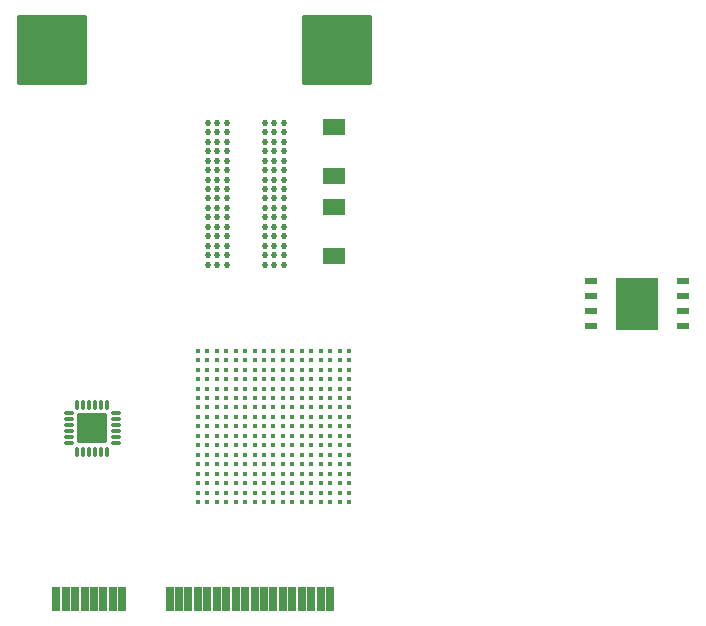
<source format=gbr>
%TF.GenerationSoftware,KiCad,Pcbnew,9.0.4-9.0.4-0~ubuntu24.04.1*%
%TF.CreationDate,2025-08-22T19:02:33+03:00*%
%TF.ProjectId,ThingsCore-1,5468696e-6773-4436-9f72-652d312e6b69,rev?*%
%TF.SameCoordinates,Original*%
%TF.FileFunction,Soldermask,Top*%
%TF.FilePolarity,Negative*%
%FSLAX46Y46*%
G04 Gerber Fmt 4.6, Leading zero omitted, Abs format (unit mm)*
G04 Created by KiCad (PCBNEW 9.0.4-9.0.4-0~ubuntu24.04.1) date 2025-08-22 19:02:33*
%MOMM*%
%LPD*%
G01*
G04 APERTURE LIST*
G04 Aperture macros list*
%AMRoundRect*
0 Rectangle with rounded corners*
0 $1 Rounding radius*
0 $2 $3 $4 $5 $6 $7 $8 $9 X,Y pos of 4 corners*
0 Add a 4 corners polygon primitive as box body*
4,1,4,$2,$3,$4,$5,$6,$7,$8,$9,$2,$3,0*
0 Add four circle primitives for the rounded corners*
1,1,$1+$1,$2,$3*
1,1,$1+$1,$4,$5*
1,1,$1+$1,$6,$7*
1,1,$1+$1,$8,$9*
0 Add four rect primitives between the rounded corners*
20,1,$1+$1,$2,$3,$4,$5,0*
20,1,$1+$1,$4,$5,$6,$7,0*
20,1,$1+$1,$6,$7,$8,$9,0*
20,1,$1+$1,$8,$9,$2,$3,0*%
G04 Aperture macros list end*
%ADD10C,0.526000*%
%ADD11C,0.420000*%
%ADD12RoundRect,0.038000X0.900000X-0.675000X0.900000X0.675000X-0.900000X0.675000X-0.900000X-0.675000X0*%
%ADD13RoundRect,0.081500X-0.344000X-0.081500X0.344000X-0.081500X0.344000X0.081500X-0.344000X0.081500X0*%
%ADD14RoundRect,0.081500X-0.081500X-0.344000X0.081500X-0.344000X0.081500X0.344000X-0.081500X0.344000X0*%
%ADD15RoundRect,0.038000X-1.225000X-1.225000X1.225000X-1.225000X1.225000X1.225000X-1.225000X1.225000X0*%
%ADD16RoundRect,0.038000X-0.475000X0.225000X-0.475000X-0.225000X0.475000X-0.225000X0.475000X0.225000X0*%
%ADD17RoundRect,0.038000X1.725000X2.175000X-1.725000X2.175000X-1.725000X-2.175000X1.725000X-2.175000X0*%
%ADD18RoundRect,0.038000X-2.900000X-2.900000X2.900000X-2.900000X2.900000X2.900000X-2.900000X2.900000X0*%
%ADD19RoundRect,0.038000X-0.300000X-1.000000X0.300000X-1.000000X0.300000X1.000000X-0.300000X1.000000X0*%
G04 APERTURE END LIST*
D10*
%TO.C,U2*%
X28550000Y-21500000D03*
X29350000Y-21500000D03*
X30150000Y-21500000D03*
X33350000Y-21500000D03*
X34150000Y-21500000D03*
X34950000Y-21500000D03*
X28550000Y-22300000D03*
X29350000Y-22300000D03*
X30150000Y-22300000D03*
X33350000Y-22300000D03*
X34150000Y-22300000D03*
X34950000Y-22300000D03*
X28550000Y-23100000D03*
X29350000Y-23100000D03*
X30150000Y-23100000D03*
X33350000Y-23100000D03*
X34150000Y-23100000D03*
X34950000Y-23100000D03*
X28550000Y-23900000D03*
X29350000Y-23900000D03*
X30150000Y-23900000D03*
X33350000Y-23900000D03*
X34150000Y-23900000D03*
X34950000Y-23900000D03*
X28550000Y-24700000D03*
X29350000Y-24700000D03*
X30150000Y-24700000D03*
X33350000Y-24700000D03*
X34150000Y-24700000D03*
X34950000Y-24700000D03*
X28550000Y-25500000D03*
X29350000Y-25500000D03*
X30150000Y-25500000D03*
X33350000Y-25500000D03*
X34150000Y-25500000D03*
X34950000Y-25500000D03*
X28550000Y-26300000D03*
X29350000Y-26300000D03*
X30150000Y-26300000D03*
X33350000Y-26300000D03*
X34150000Y-26300000D03*
X34950000Y-26300000D03*
X28550000Y-27100000D03*
X29350000Y-27100000D03*
X30150000Y-27100000D03*
X33350000Y-27100000D03*
X34150000Y-27100000D03*
X34950000Y-27100000D03*
X28550000Y-27900000D03*
X29350000Y-27900000D03*
X30150000Y-27900000D03*
X33350000Y-27900000D03*
X34150000Y-27900000D03*
X34950000Y-27900000D03*
X28550000Y-28700000D03*
X29350000Y-28700000D03*
X30150000Y-28700000D03*
X33350000Y-28700000D03*
X34150000Y-28700000D03*
X34950000Y-28700000D03*
X28550000Y-29500000D03*
X29350000Y-29500000D03*
X30150000Y-29500000D03*
X33350000Y-29500000D03*
X34150000Y-29500000D03*
X34950000Y-29500000D03*
X28550000Y-30300000D03*
X29350000Y-30300000D03*
X30150000Y-30300000D03*
X33350000Y-30300000D03*
X34150000Y-30300000D03*
X34950000Y-30300000D03*
X28550000Y-31100000D03*
X29350000Y-31100000D03*
X30150000Y-31100000D03*
X33350000Y-31100000D03*
X34150000Y-31100000D03*
X34950000Y-31100000D03*
X28550000Y-31900000D03*
X29350000Y-31900000D03*
X30150000Y-31900000D03*
X33350000Y-31900000D03*
X34150000Y-31900000D03*
X34950000Y-31900000D03*
X28550000Y-32700000D03*
X29350000Y-32700000D03*
X30150000Y-32700000D03*
X33350000Y-32700000D03*
X34150000Y-32700000D03*
X34950000Y-32700000D03*
X28550000Y-33500000D03*
X29350000Y-33500000D03*
X30150000Y-33500000D03*
X33350000Y-33500000D03*
X34150000Y-33500000D03*
X34950000Y-33500000D03*
%TD*%
D11*
%TO.C,U7*%
X27700000Y-53600000D03*
X27700000Y-52800000D03*
X27700000Y-52000000D03*
X27700000Y-51200000D03*
X27700000Y-50400000D03*
X27700000Y-49600000D03*
X27700000Y-48800000D03*
X27700000Y-48000000D03*
X27700000Y-47200000D03*
X27700000Y-46400000D03*
X27700000Y-45600000D03*
X27700000Y-44800000D03*
X27700000Y-44000000D03*
X27700000Y-43200000D03*
X27700000Y-42400000D03*
X27700000Y-41600000D03*
X27700000Y-40800000D03*
X28500000Y-53600000D03*
X28500000Y-52800000D03*
X28500000Y-52000000D03*
X28500000Y-51200000D03*
X28500000Y-50400000D03*
X28500000Y-49600000D03*
X28500000Y-48800000D03*
X28500000Y-48000000D03*
X28500000Y-47200000D03*
X28500000Y-46400000D03*
X28500000Y-45600000D03*
X28500000Y-44800000D03*
X28500000Y-44000000D03*
X28500000Y-43200000D03*
X28500000Y-42400000D03*
X28500000Y-41600000D03*
X28500000Y-40800000D03*
X29300000Y-53600000D03*
X29300000Y-52800000D03*
X29300000Y-52000000D03*
X29300000Y-51200000D03*
X29300000Y-50400000D03*
X29300000Y-49600000D03*
X29300000Y-48800000D03*
X29300000Y-48000000D03*
X29300000Y-47200000D03*
X29300000Y-46400000D03*
X29300000Y-45600000D03*
X29300000Y-44800000D03*
X29300000Y-44000000D03*
X29300000Y-43200000D03*
X29300000Y-42400000D03*
X29300000Y-41600000D03*
X29300000Y-40800000D03*
X30100000Y-53600000D03*
X30100000Y-52800000D03*
X30100000Y-52000000D03*
X30100000Y-51200000D03*
X30100000Y-50400000D03*
X30100000Y-49600000D03*
X30100000Y-48800000D03*
X30100000Y-48000000D03*
X30100000Y-47200000D03*
X30100000Y-46400000D03*
X30100000Y-45600000D03*
X30100000Y-44800000D03*
X30100000Y-44000000D03*
X30100000Y-43200000D03*
X30100000Y-42400000D03*
X30100000Y-41600000D03*
X30100000Y-40800000D03*
X30900000Y-53600000D03*
X30900000Y-52800000D03*
X30900000Y-52000000D03*
X30900000Y-51200000D03*
X30900000Y-50400000D03*
X30900000Y-49600000D03*
X30900000Y-48800000D03*
X30900000Y-48000000D03*
X30900000Y-47200000D03*
X30900000Y-46400000D03*
X30900000Y-45600000D03*
X30900000Y-44800000D03*
X30900000Y-44000000D03*
X30900000Y-43200000D03*
X30900000Y-42400000D03*
X30900000Y-41600000D03*
X30900000Y-40800000D03*
X31700000Y-53600000D03*
X31700000Y-52800000D03*
X31700000Y-52000000D03*
X31700000Y-51200000D03*
X31700000Y-50400000D03*
X31700000Y-49600000D03*
X31700000Y-48800000D03*
X31700000Y-48000000D03*
X31700000Y-47200000D03*
X31700000Y-46400000D03*
X31700000Y-45600000D03*
X31700000Y-44800000D03*
X31700000Y-44000000D03*
X31700000Y-43200000D03*
X31700000Y-42400000D03*
X31700000Y-41600000D03*
X31700000Y-40800000D03*
X32500000Y-53600000D03*
X32500000Y-52800000D03*
X32500000Y-52000000D03*
X32500000Y-51200000D03*
X32500000Y-50400000D03*
X32500000Y-49600000D03*
X32500000Y-48800000D03*
X32500000Y-48000000D03*
X32500000Y-47200000D03*
X32500000Y-46400000D03*
X32500000Y-45600000D03*
X32500000Y-44800000D03*
X32500000Y-44000000D03*
X32500000Y-43200000D03*
X32500000Y-42400000D03*
X32500000Y-41600000D03*
X32500000Y-40800000D03*
X33300000Y-53600000D03*
X33300000Y-52800000D03*
X33300000Y-52000000D03*
X33300000Y-51200000D03*
X33300000Y-50400000D03*
X33300000Y-49600000D03*
X33300000Y-48800000D03*
X33300000Y-48000000D03*
X33300000Y-47200000D03*
X33300000Y-46400000D03*
X33300000Y-45600000D03*
X33300000Y-44800000D03*
X33300000Y-44000000D03*
X33300000Y-43200000D03*
X33300000Y-42400000D03*
X33300000Y-41600000D03*
X33300000Y-40800000D03*
X34100000Y-53600000D03*
X34100000Y-52800000D03*
X34100000Y-52000000D03*
X34100000Y-51200000D03*
X34100000Y-50400000D03*
X34100000Y-49600000D03*
X34100000Y-48800000D03*
X34100000Y-48000000D03*
X34100000Y-47200000D03*
X34100000Y-46400000D03*
X34100000Y-45600000D03*
X34100000Y-44800000D03*
X34100000Y-44000000D03*
X34100000Y-43200000D03*
X34100000Y-42400000D03*
X34100000Y-41600000D03*
X34100000Y-40800000D03*
X34900000Y-53600000D03*
X34900000Y-52800000D03*
X34900000Y-52000000D03*
X34900000Y-51200000D03*
X34900000Y-50400000D03*
X34900000Y-49600000D03*
X34900000Y-48800000D03*
X34900000Y-48000000D03*
X34900000Y-47200000D03*
X34900000Y-46400000D03*
X34900000Y-45600000D03*
X34900000Y-44800000D03*
X34900000Y-44000000D03*
X34900000Y-43200000D03*
X34900000Y-42400000D03*
X34900000Y-41600000D03*
X34900000Y-40800000D03*
X35700000Y-53600000D03*
X35700000Y-52800000D03*
X35700000Y-52000000D03*
X35700000Y-51200000D03*
X35700000Y-50400000D03*
X35700000Y-49600000D03*
X35700000Y-48800000D03*
X35700000Y-48000000D03*
X35700000Y-47200000D03*
X35700000Y-46400000D03*
X35700000Y-45600000D03*
X35700000Y-44800000D03*
X35700000Y-44000000D03*
X35700000Y-43200000D03*
X35700000Y-42400000D03*
X35700000Y-41600000D03*
X35700000Y-40800000D03*
X36500000Y-53600000D03*
X36500000Y-52800000D03*
X36500000Y-52000000D03*
X36500000Y-51200000D03*
X36500000Y-50400000D03*
X36500000Y-49600000D03*
X36500000Y-48800000D03*
X36500000Y-48000000D03*
X36500000Y-47200000D03*
X36500000Y-46400000D03*
X36500000Y-45600000D03*
X36500000Y-44800000D03*
X36500000Y-44000000D03*
X36500000Y-43200000D03*
X36500000Y-42400000D03*
X36500000Y-41600000D03*
X36500000Y-40800000D03*
X37300000Y-53600000D03*
X37300000Y-52800000D03*
X37300000Y-52000000D03*
X37300000Y-51200000D03*
X37300000Y-50400000D03*
X37300000Y-49600000D03*
X37300000Y-48800000D03*
X37300000Y-48000000D03*
X37300000Y-47200000D03*
X37300000Y-46400000D03*
X37300000Y-45600000D03*
X37300000Y-44800000D03*
X37300000Y-44000000D03*
X37300000Y-43200000D03*
X37300000Y-42400000D03*
X37300000Y-41600000D03*
X37300000Y-40800000D03*
X38100000Y-53600000D03*
X38100000Y-52800000D03*
X38100000Y-52000000D03*
X38100000Y-51200000D03*
X38100000Y-50400000D03*
X38100000Y-49600000D03*
X38100000Y-48800000D03*
X38100000Y-48000000D03*
X38100000Y-47200000D03*
X38100000Y-46400000D03*
X38100000Y-45600000D03*
X38100000Y-44800000D03*
X38100000Y-44000000D03*
X38100000Y-43200000D03*
X38100000Y-42400000D03*
X38100000Y-41600000D03*
X38100000Y-40800000D03*
X38900000Y-53600000D03*
X38900000Y-52800000D03*
X38900000Y-52000000D03*
X38900000Y-51200000D03*
X38900000Y-50400000D03*
X38900000Y-49600000D03*
X38900000Y-48800000D03*
X38900000Y-48000000D03*
X38900000Y-47200000D03*
X38900000Y-46400000D03*
X38900000Y-45600000D03*
X38900000Y-44800000D03*
X38900000Y-44000000D03*
X38900000Y-43200000D03*
X38900000Y-42400000D03*
X38900000Y-41600000D03*
X38900000Y-40800000D03*
X39700000Y-53600000D03*
X39700000Y-52800000D03*
X39700000Y-52000000D03*
X39700000Y-51200000D03*
X39700000Y-50400000D03*
X39700000Y-49600000D03*
X39700000Y-48800000D03*
X39700000Y-48000000D03*
X39700000Y-47200000D03*
X39700000Y-46400000D03*
X39700000Y-45600000D03*
X39700000Y-44800000D03*
X39700000Y-44000000D03*
X39700000Y-43200000D03*
X39700000Y-42400000D03*
X39700000Y-41600000D03*
X39700000Y-40800000D03*
X40500000Y-53600000D03*
X40500000Y-52800000D03*
X40500000Y-52000000D03*
X40500000Y-51200000D03*
X40500000Y-50400000D03*
X40500000Y-49600000D03*
X40500000Y-48800000D03*
X40500000Y-48000000D03*
X40500000Y-47200000D03*
X40500000Y-46400000D03*
X40500000Y-45600000D03*
X40500000Y-44800000D03*
X40500000Y-44000000D03*
X40500000Y-43200000D03*
X40500000Y-42400000D03*
X40500000Y-41600000D03*
X40500000Y-40800000D03*
%TD*%
D12*
%TO.C,S2*%
X39200000Y-32775000D03*
X39200000Y-28625000D03*
%TD*%
D13*
%TO.C,U6*%
X16762500Y-46100000D03*
X16762500Y-46600000D03*
X16762500Y-47100000D03*
X16762500Y-47600000D03*
X16762500Y-48100000D03*
X16762500Y-48600000D03*
D14*
X17500000Y-49337500D03*
X18000000Y-49337500D03*
X18500000Y-49337500D03*
X19000000Y-49337500D03*
X19500000Y-49337500D03*
X20000000Y-49337500D03*
D13*
X20737500Y-48600000D03*
X20737500Y-48100000D03*
X20737500Y-47600000D03*
X20737500Y-47100000D03*
X20737500Y-46600000D03*
X20737500Y-46100000D03*
D14*
X20000000Y-45362500D03*
X19500000Y-45362500D03*
X19000000Y-45362500D03*
X18500000Y-45362500D03*
X18000000Y-45362500D03*
X17500000Y-45362500D03*
D15*
X18750000Y-47350000D03*
%TD*%
D16*
%TO.C,U8*%
X68800000Y-38705000D03*
X68800000Y-37435000D03*
X68800000Y-36165000D03*
X68800000Y-34895000D03*
X61000000Y-34895000D03*
X61000000Y-36165000D03*
X61000000Y-37435000D03*
X61000000Y-38705000D03*
D17*
X64900000Y-36800000D03*
%TD*%
D12*
%TO.C,S1*%
X39200000Y-26025000D03*
X39200000Y-21875000D03*
%TD*%
D18*
%TO.C,U1*%
X15307328Y-15308537D03*
X39486338Y-15314455D03*
D19*
X15700000Y-61802500D03*
X16500000Y-61802500D03*
X17300000Y-61802500D03*
X18100000Y-61802500D03*
X18900000Y-61802500D03*
X19700000Y-61802500D03*
X20500000Y-61802500D03*
X21300000Y-61802500D03*
X25300000Y-61802500D03*
X26100000Y-61802500D03*
X26900000Y-61802500D03*
X27700000Y-61802500D03*
X28500000Y-61802500D03*
X29300000Y-61802500D03*
X30100000Y-61802500D03*
X30900000Y-61802500D03*
X31700000Y-61802500D03*
X32500000Y-61802500D03*
X33300000Y-61802500D03*
X34100000Y-61802500D03*
X34900000Y-61802500D03*
X35700000Y-61802500D03*
X36500000Y-61802500D03*
X37300000Y-61802500D03*
X38100000Y-61802500D03*
X38900000Y-61802500D03*
%TD*%
M02*

</source>
